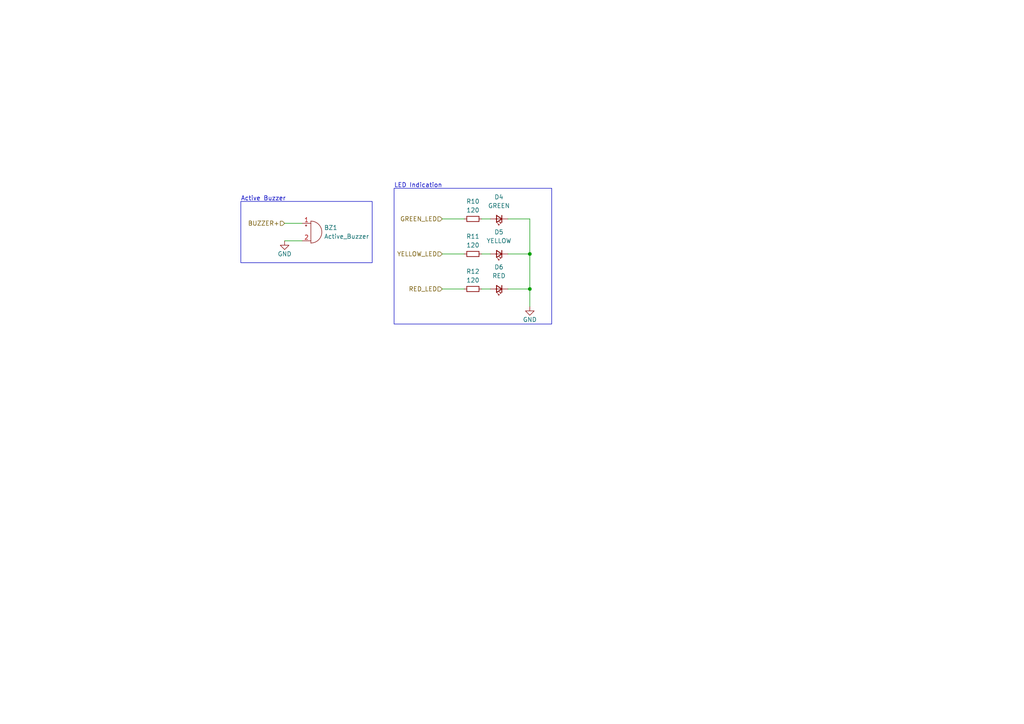
<source format=kicad_sch>
(kicad_sch (version 20230121) (generator eeschema)
  (paper "A4")
  (title_block (title "Avionics Flight Computer") (date "2023-09-04") (rev "1.0") (company "By: Dylan Haussecker"))
  (lib_symbols
    (symbol "Device:Buzzer" (pin_names (offset 0.0254) hide)
      (property "Reference" "BZ" (at 3.81 1.27 0))
      (property "Value" "Buzzer" (at 3.81 -1.27 0))
      (symbol "Buzzer_0_1"
        (arc (start 0 -3.175) (mid 3.1612 0) (end 0 3.175))
        (polyline (pts (xy -1.651 1.905) (xy -1.143 1.905)))
        (polyline (pts (xy -1.397 2.159) (xy -1.397 1.651)))
        (polyline (pts (xy 0 3.175) (xy 0 -3.175)))
      )
      (symbol "Buzzer_1_1"
        (pin passive line (at -2.54 2.54 0) (length 2.54) (name "-") (number "1"))
        (pin passive line (at -2.54 -2.54 0) (length 2.54) (name "+") (number "2"))
      )
    )
    (symbol "Device:LED_Small" (pin_numbers hide) (pin_names (offset 0.254) hide)
      (property "Reference" "D" (at -1.27 3.175 0))
      (property "Value" "LED_Small" (at -4.445 -2.54 0))
      (symbol "LED_Small_0_1"
        (polyline (pts (xy -0.762 -1.016) (xy -0.762 1.016)) (stroke (width 0.254)))
        (polyline (pts (xy 1.016 0) (xy -0.762 0)))
        (polyline (pts (xy 0.762 -1.016) (xy -0.762 0) (xy 0.762 1.016) (xy 0.762 -1.016)) (stroke (width 0.254)))
        (polyline (pts (xy 0 0.762) (xy -0.508 1.27) (xy -0.254 1.27) (xy -0.508 1.27) (xy -0.508 1.016)))
        (polyline (pts (xy 0.508 1.27) (xy 0 1.778) (xy 0.254 1.778) (xy 0 1.778) (xy 0 1.524)))
      )
      (symbol "LED_Small_1_1"
        (pin passive line (at -2.54 0 0) (length 1.778) (name "K") (number "1"))
        (pin passive line (at 2.54 0 180) (length 1.778) (name "A") (number "2"))
      )
    )
    (symbol "Device:R_Small" (pin_numbers hide) (pin_names (offset 0.254) hide)
      (property "Reference" "R" (at 0.762 0.508 0))
      (property "Value" "R_Small" (at 0.762 -1.016 0))
      (symbol "R_Small_0_1"
        (rectangle (start -0.762 1.778) (end 0.762 -1.778) (stroke (width 0.2032)))
      )
      (symbol "R_Small_1_1"
        (pin passive line (at 0 2.54 270) (length 0.762) (name "~") (number "1"))
        (pin passive line (at 0 -2.54 90) (length 0.762) (name "~") (number "2"))
      )
    )
    (symbol "power:GND" (power) (pin_names (offset 0))
      (property "Value" "GND" (at 0 -3.81 0))
      (symbol "GND_0_1"
        (polyline (pts (xy 0 0) (xy 0 -1.27) (xy 1.27 -1.27) (xy 0 -2.54) (xy -1.27 -1.27) (xy 0 -1.27)))
      )
      (symbol "GND_1_1"
        (pin power_in line (at 0 0 270) (length 0) hide (name "GND") (number "1"))
      )
    )
  )
  (junction (at 153.67 83.82))
  (junction (at 153.67 73.66))
  (wire (pts (xy 147.32 83.82) (xy 153.67 83.82)))
  (wire (pts (xy 82.55 69.85) (xy 87.63 69.85)))
  (wire (pts (xy 128.27 63.5) (xy 134.62 63.5)))
  (wire (pts (xy 153.67 83.82) (xy 153.67 88.9)))
  (wire (pts (xy 128.27 83.82) (xy 134.62 83.82)))
  (wire (pts (xy 139.7 83.82) (xy 142.24 83.82)))
  (wire (pts (xy 147.32 73.66) (xy 153.67 73.66)))
  (wire (pts (xy 147.32 63.5) (xy 153.67 63.5)))
  (wire (pts (xy 153.67 73.66) (xy 153.67 83.82)))
  (wire (pts (xy 139.7 73.66) (xy 142.24 73.66)))
  (wire (pts (xy 139.7 63.5) (xy 142.24 63.5)))
  (wire (pts (xy 128.27 73.66) (xy 134.62 73.66)))
  (wire (pts (xy 82.55 64.77) (xy 87.63 64.77)))
  (wire (pts (xy 153.67 63.5) (xy 153.67 73.66)))
  (rectangle (start 114.3 54.61) (end 160.02 93.98))
  (rectangle (start 69.85 58.42) (end 107.95 76.2))
  (text "LED Indication" (at 114.3 54.61 0) (effects (font (size 1.27 1.27)) (justify left bottom)))
  (text "Active Buzzer" (at 69.85 58.42 0) (effects (font (size 1.27 1.27)) (justify left bottom)))
  (hierarchical_label "BUZZER+" (shape input) (at 82.55 64.77 180))
  (hierarchical_label "YELLOW_LED" (shape input) (at 128.27 73.66 180))
  (hierarchical_label "GREEN_LED" (shape input) (at 128.27 63.5 180))
  (hierarchical_label "RED_LED" (shape input) (at 128.27 83.82 180))
  (symbol (lib_id "power:GND") (at 153.67 88.9 0) (unit 1)
    (property "Reference" "#PWR03" (effects hide))
    (property "Value" "GND" (at 153.67 92.71 0))
    (instances (project "Flight_Computer_V2" (path "" (reference "#PWR03") (unit 1)) (path "" (reference "#PWR027") (unit 1))) (project "STM32F405RGT6" (path "" (reference "#PWR03") (unit 1))) (project "avionics_flight_computer" (path "" (reference "#PWR03") (unit 1))))
  )
  (symbol (lib_id "Device:Buzzer") (at 90.17 67.31 0) (unit 1)
    (property "Reference" "BZ1" (at 93.98 66.04 0) (effects (justify left)))
    (property "Value" "Active_Buzzer" (at 93.98 68.58 0) (effects (justify left)))
  )
  (symbol (lib_id "Device:R_Small") (at 137.16 63.5 90) (unit 1)
    (property "Reference" "R10" (at 137.16 58.42 90))
    (property "Value" "120" (at 137.16 60.96 90))
  )
  (symbol (lib_id "Device:LED_Small") (at 144.78 83.82 180) (unit 1)
    (property "Reference" "D6" (at 144.7165 77.47 0))
    (property "Value" "RED" (at 144.7165 80.01 0))
  )
  (symbol (lib_id "power:GND") (at 82.55 69.85 0) (unit 1)
    (property "Reference" "#PWR03" (effects hide))
    (property "Value" "GND" (at 82.55 73.66 0))
    (instances (project "Flight_Computer_V2" (path "" (reference "#PWR03") (unit 1)) (path "" (reference "#PWR026") (unit 1))) (project "STM32F405RGT6" (path "" (reference "#PWR03") (unit 1))) (project "avionics_flight_computer" (path "" (reference "#PWR03") (unit 1))))
  )
  (symbol (lib_id "Device:R_Small") (at 137.16 73.66 90) (unit 1)
    (property "Reference" "R11" (at 137.16 68.58 90))
    (property "Value" "120" (at 137.16 71.12 90))
  )
  (symbol (lib_id "Device:LED_Small") (at 144.78 63.5 180) (unit 1)
    (property "Reference" "D4" (at 144.7165 57.15 0))
    (property "Value" "GREEN" (at 144.7165 59.69 0))
  )
  (symbol (lib_id "Device:LED_Small") (at 144.78 73.66 180) (unit 1)
    (property "Reference" "D5" (at 144.7165 67.31 0))
    (property "Value" "YELLOW" (at 144.7165 69.85 0))
  )
  (symbol (lib_id "Device:R_Small") (at 137.16 83.82 90) (unit 1)
    (property "Reference" "R12" (at 137.16 78.74 90))
    (property "Value" "120" (at 137.16 81.28 90))
  )
)
</source>
